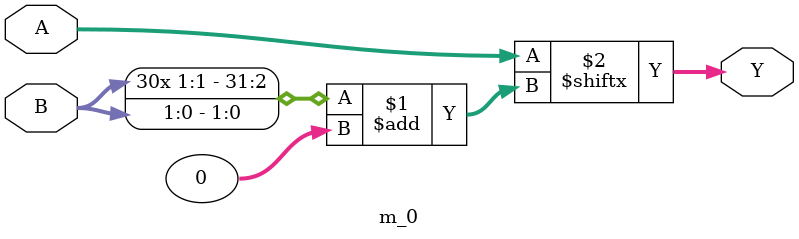
<source format=v>
module m_0 (A, B, Y);
    
    parameter A_SIGNED = 1;
    parameter B_SIGNED = 1;
    parameter A_WIDTH = 2;
    parameter B_WIDTH = 2;
    parameter Y_WIDTH = 2;
    
    input [A_WIDTH-1:0] A;
    input [B_WIDTH-1:0] B;
    output [Y_WIDTH-1:0] Y;
    
    generate
        if (Y_WIDTH > 0)
            if (B_SIGNED) begin:BLOCK1
                assign Y = A[$signed(B) +: Y_WIDTH];
            end else begin:BLOCK2
                assign Y = A[B +: Y_WIDTH];
            end
    endgenerate
    
endmodule


</source>
